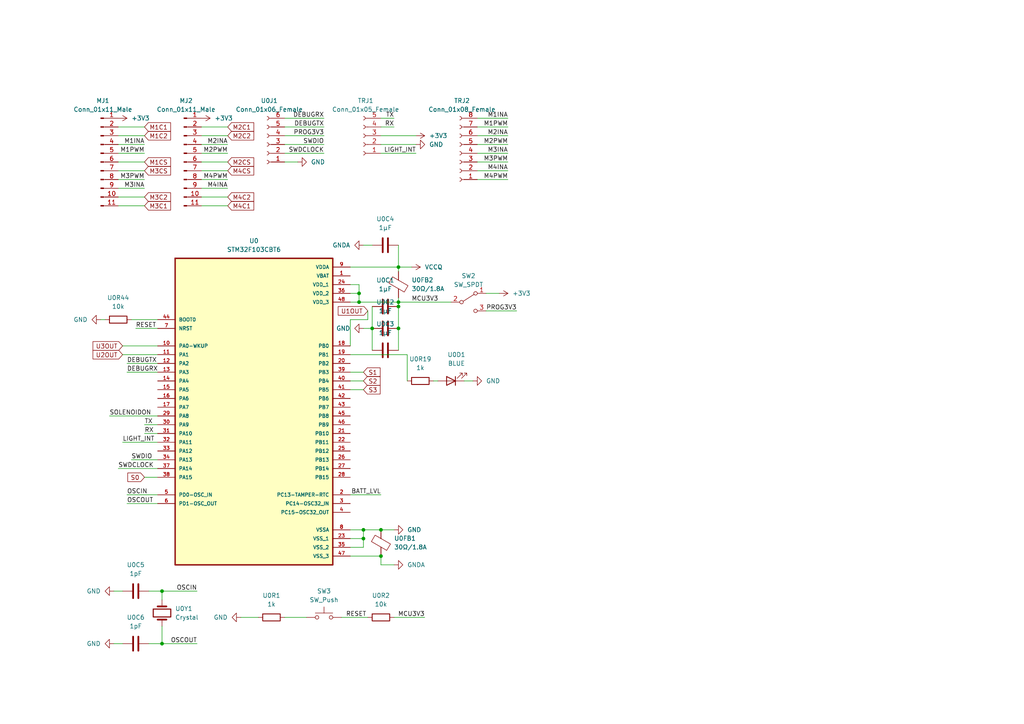
<source format=kicad_sch>
(kicad_sch (version 20211123) (generator eeschema)
  (paper "A4")
  (title_block (title "Layer 1 — µController") (date "2022-02-01") (rev "0.1"))
  (lib_symbols
    (symbol "Connector:Conn_01x05_Female" (pin_names (offset 1.016) hide)
      (property "Reference" "J" (at 0 7.62 0))
      (property "Value" "Conn_01x05_Female" (at 0 -7.62 0))
      (symbol "Conn_01x05_Female_1_1"
        (arc (start 0 -4.572) (mid -0.508 -5.08) (end 0 -5.588) (stroke (width 0.1524)))
        (arc (start 0 -2.032) (mid -0.508 -2.54) (end 0 -3.048) (stroke (width 0.1524)))
        (polyline (pts (xy -1.27 -5.08) (xy -0.508 -5.08)) (stroke (width 0.1524)))
        (polyline (pts (xy -1.27 -2.54) (xy -0.508 -2.54)) (stroke (width 0.1524)))
        (polyline (pts (xy -1.27 0) (xy -0.508 0)) (stroke (width 0.1524)))
        (polyline (pts (xy -1.27 2.54) (xy -0.508 2.54)) (stroke (width 0.1524)))
        (polyline (pts (xy -1.27 5.08) (xy -0.508 5.08)) (stroke (width 0.1524)))
        (arc (start 0 0.508) (mid -0.508 0) (end 0 -0.508) (stroke (width 0.1524)))
        (arc (start 0 3.048) (mid -0.508 2.54) (end 0 2.032) (stroke (width 0.1524)))
        (arc (start 0 5.588) (mid -0.508 5.08) (end 0 4.572) (stroke (width 0.1524)))
        (pin passive line (at -5.08 5.08 0) (length 3.81) (name "Pin_1") (number "1"))
        (pin passive line (at -5.08 2.54 0) (length 3.81) (name "Pin_2") (number "2"))
        (pin passive line (at -5.08 0 0) (length 3.81) (name "Pin_3") (number "3"))
        (pin passive line (at -5.08 -2.54 0) (length 3.81) (name "Pin_4") (number "4"))
        (pin passive line (at -5.08 -5.08 0) (length 3.81) (name "Pin_5") (number "5"))
      )
    )
    (symbol "Connector:Conn_01x06_Female" (pin_names (offset 1.016) hide)
      (property "Reference" "J" (at 0 7.62 0))
      (property "Value" "Conn_01x06_Female" (at 0 -10.16 0))
      (symbol "Conn_01x06_Female_1_1"
        (arc (start 0 -7.112) (mid -0.508 -7.62) (end 0 -8.128) (stroke (width 0.1524)))
        (arc (start 0 -4.572) (mid -0.508 -5.08) (end 0 -5.588) (stroke (width 0.1524)))
        (arc (start 0 -2.032) (mid -0.508 -2.54) (end 0 -3.048) (stroke (width 0.1524)))
        (polyline (pts (xy -1.27 -7.62) (xy -0.508 -7.62)) (stroke (width 0.1524)))
        (polyline (pts (xy -1.27 -5.08) (xy -0.508 -5.08)) (stroke (width 0.1524)))
        (polyline (pts (xy -1.27 -2.54) (xy -0.508 -2.54)) (stroke (width 0.1524)))
        (polyline (pts (xy -1.27 0) (xy -0.508 0)) (stroke (width 0.1524)))
        (polyline (pts (xy -1.27 2.54) (xy -0.508 2.54)) (stroke (width 0.1524)))
        (polyline (pts (xy -1.27 5.08) (xy -0.508 5.08)) (stroke (width 0.1524)))
        (arc (start 0 0.508) (mid -0.508 0) (end 0 -0.508) (stroke (width 0.1524)))
        (arc (start 0 3.048) (mid -0.508 2.54) (end 0 2.032) (stroke (width 0.1524)))
        (arc (start 0 5.588) (mid -0.508 5.08) (end 0 4.572) (stroke (width 0.1524)))
        (pin passive line (at -5.08 5.08 0) (length 3.81) (name "Pin_1") (number "1"))
        (pin passive line (at -5.08 2.54 0) (length 3.81) (name "Pin_2") (number "2"))
        (pin passive line (at -5.08 0 0) (length 3.81) (name "Pin_3") (number "3"))
        (pin passive line (at -5.08 -2.54 0) (length 3.81) (name "Pin_4") (number "4"))
        (pin passive line (at -5.08 -5.08 0) (length 3.81) (name "Pin_5") (number "5"))
        (pin passive line (at -5.08 -7.62 0) (length 3.81) (name "Pin_6") (number "6"))
      )
    )
    (symbol "Connector:Conn_01x08_Female" (pin_names (offset 1.016) hide)
      (property "Reference" "J" (at 0 10.16 0))
      (property "Value" "Conn_01x08_Female" (at 0 -12.7 0))
      (symbol "Conn_01x08_Female_1_1"
        (arc (start 0 -9.652) (mid -0.508 -10.16) (end 0 -10.668) (stroke (width 0.1524)))
        (arc (start 0 -7.112) (mid -0.508 -7.62) (end 0 -8.128) (stroke (width 0.1524)))
        (arc (start 0 -4.572) (mid -0.508 -5.08) (end 0 -5.588) (stroke (width 0.1524)))
        (arc (start 0 -2.032) (mid -0.508 -2.54) (end 0 -3.048) (stroke (width 0.1524)))
        (polyline (pts (xy -1.27 -10.16) (xy -0.508 -10.16)) (stroke (width 0.1524)))
        (polyline (pts (xy -1.27 -7.62) (xy -0.508 -7.62)) (stroke (width 0.1524)))
        (polyline (pts (xy -1.27 -5.08) (xy -0.508 -5.08)) (stroke (width 0.1524)))
        (polyline (pts (xy -1.27 -2.54) (xy -0.508 -2.54)) (stroke (width 0.1524)))
        (polyline (pts (xy -1.27 0) (xy -0.508 0)) (stroke (width 0.1524)))
        (polyline (pts (xy -1.27 2.54) (xy -0.508 2.54)) (stroke (width 0.1524)))
        (polyline (pts (xy -1.27 5.08) (xy -0.508 5.08)) (stroke (width 0.1524)))
        (polyline (pts (xy -1.27 7.62) (xy -0.508 7.62)) (stroke (width 0.1524)))
        (arc (start 0 0.508) (mid -0.508 0) (end 0 -0.508) (stroke (width 0.1524)))
        (arc (start 0 3.048) (mid -0.508 2.54) (end 0 2.032) (stroke (width 0.1524)))
        (arc (start 0 5.588) (mid -0.508 5.08) (end 0 4.572) (stroke (width 0.1524)))
        (arc (start 0 8.128) (mid -0.508 7.62) (end 0 7.112) (stroke (width 0.1524)))
        (pin passive line (at -5.08 7.62 0) (length 3.81) (name "Pin_1") (number "1"))
        (pin passive line (at -5.08 5.08 0) (length 3.81) (name "Pin_2") (number "2"))
        (pin passive line (at -5.08 2.54 0) (length 3.81) (name "Pin_3") (number "3"))
        (pin passive line (at -5.08 0 0) (length 3.81) (name "Pin_4") (number "4"))
        (pin passive line (at -5.08 -2.54 0) (length 3.81) (name "Pin_5") (number "5"))
        (pin passive line (at -5.08 -5.08 0) (length 3.81) (name "Pin_6") (number "6"))
        (pin passive line (at -5.08 -7.62 0) (length 3.81) (name "Pin_7") (number "7"))
        (pin passive line (at -5.08 -10.16 0) (length 3.81) (name "Pin_8") (number "8"))
      )
    )
    (symbol "Connector:Conn_01x11_Male" (pin_names (offset 1.016) hide)
      (property "Reference" "J" (at 0 15.24 0))
      (property "Value" "Conn_01x11_Male" (at 0 -15.24 0))
      (symbol "Conn_01x11_Male_1_1"
        (polyline (pts (xy 1.27 -12.7) (xy 0.8636 -12.7)) (stroke (width 0.1524)))
        (polyline (pts (xy 1.27 -10.16) (xy 0.8636 -10.16)) (stroke (width 0.1524)))
        (polyline (pts (xy 1.27 -7.62) (xy 0.8636 -7.62)) (stroke (width 0.1524)))
        (polyline (pts (xy 1.27 -5.08) (xy 0.8636 -5.08)) (stroke (width 0.1524)))
        (polyline (pts (xy 1.27 -2.54) (xy 0.8636 -2.54)) (stroke (width 0.1524)))
        (polyline (pts (xy 1.27 0) (xy 0.8636 0)) (stroke (width 0.1524)))
        (polyline (pts (xy 1.27 2.54) (xy 0.8636 2.54)) (stroke (width 0.1524)))
        (polyline (pts (xy 1.27 5.08) (xy 0.8636 5.08)) (stroke (width 0.1524)))
        (polyline (pts (xy 1.27 7.62) (xy 0.8636 7.62)) (stroke (width 0.1524)))
        (polyline (pts (xy 1.27 10.16) (xy 0.8636 10.16)) (stroke (width 0.1524)))
        (polyline (pts (xy 1.27 12.7) (xy 0.8636 12.7)) (stroke (width 0.1524)))
        (rectangle (start 0.8636 -12.573) (end 0 -12.827) (stroke (width 0.1524)) (fill (type outline)))
        (rectangle (start 0.8636 -10.033) (end 0 -10.287) (stroke (width 0.1524)) (fill (type outline)))
        (rectangle (start 0.8636 -7.493) (end 0 -7.747) (stroke (width 0.1524)) (fill (type outline)))
        (rectangle (start 0.8636 -4.953) (end 0 -5.207) (stroke (width 0.1524)) (fill (type outline)))
        (rectangle (start 0.8636 -2.413) (end 0 -2.667) (stroke (width 0.1524)) (fill (type outline)))
        (rectangle (start 0.8636 0.127) (end 0 -0.127) (stroke (width 0.1524)) (fill (type outline)))
        (rectangle (start 0.8636 2.667) (end 0 2.413) (stroke (width 0.1524)) (fill (type outline)))
        (rectangle (start 0.8636 5.207) (end 0 4.953) (stroke (width 0.1524)) (fill (type outline)))
        (rectangle (start 0.8636 7.747) (end 0 7.493) (stroke (width 0.1524)) (fill (type outline)))
        (rectangle (start 0.8636 10.287) (end 0 10.033) (stroke (width 0.1524)) (fill (type outline)))
        (rectangle (start 0.8636 12.827) (end 0 12.573) (stroke (width 0.1524)) (fill (type outline)))
        (pin passive line (at 5.08 12.7 180) (length 3.81) (name "Pin_1") (number "1"))
        (pin passive line (at 5.08 -10.16 180) (length 3.81) (name "Pin_10") (number "10"))
        (pin passive line (at 5.08 -12.7 180) (length 3.81) (name "Pin_11") (number "11"))
        (pin passive line (at 5.08 10.16 180) (length 3.81) (name "Pin_2") (number "2"))
        (pin passive line (at 5.08 7.62 180) (length 3.81) (name "Pin_3") (number "3"))
        (pin passive line (at 5.08 5.08 180) (length 3.81) (name "Pin_4") (number "4"))
        (pin passive line (at 5.08 2.54 180) (length 3.81) (name "Pin_5") (number "5"))
        (pin passive line (at 5.08 0 180) (length 3.81) (name "Pin_6") (number "6"))
        (pin passive line (at 5.08 -2.54 180) (length 3.81) (name "Pin_7") (number "7"))
        (pin passive line (at 5.08 -5.08 180) (length 3.81) (name "Pin_8") (number "8"))
        (pin passive line (at 5.08 -7.62 180) (length 3.81) (name "Pin_9") (number "9"))
      )
    )
    (symbol "Device:C" (pin_numbers hide) (pin_names (offset 0.254))
      (property "Reference" "C" (at 0.635 2.54 0))
      (property "Value" "C" (at 0.635 -2.54 0))
      (symbol "C_0_1"
        (polyline (pts (xy -2.032 -0.762) (xy 2.032 -0.762)) (stroke (width 0.508)))
        (polyline (pts (xy -2.032 0.762) (xy 2.032 0.762)) (stroke (width 0.508)))
      )
      (symbol "C_1_1"
        (pin passive line (at 0 3.81 270) (length 2.794) (name "~") (number "1"))
        (pin passive line (at 0 -3.81 90) (length 2.794) (name "~") (number "2"))
      )
    )
    (symbol "Device:Crystal" (pin_numbers hide) (pin_names (offset 1.016) hide)
      (property "Reference" "Y" (at 0 3.81 0))
      (property "Value" "Crystal" (at 0 -3.81 0))
      (symbol "Crystal_0_1"
        (rectangle (start -1.143 2.54) (end 1.143 -2.54) (stroke (width 0.3048)))
        (polyline (pts (xy -2.54 0) (xy -1.905 0)))
        (polyline (pts (xy -1.905 -1.27) (xy -1.905 1.27)) (stroke (width 0.508)))
        (polyline (pts (xy 1.905 -1.27) (xy 1.905 1.27)) (stroke (width 0.508)))
        (polyline (pts (xy 2.54 0) (xy 1.905 0)))
      )
      (symbol "Crystal_1_1"
        (pin passive line (at -3.81 0 0) (length 1.27) (name "1") (number "1"))
        (pin passive line (at 3.81 0 180) (length 1.27) (name "2") (number "2"))
      )
    )
    (symbol "Device:FerriteBead" (pin_numbers hide) (pin_names (offset 0))
      (property "Reference" "FB" (at -3.81 0.635 90))
      (property "Value" "FerriteBead" (at 3.81 0 90))
      (symbol "FerriteBead_0_1"
        (polyline (pts (xy 0 -1.27) (xy 0 -1.2192)))
        (polyline (pts (xy 0 1.27) (xy 0 1.2954)))
        (polyline (pts (xy -2.7686 0.4064) (xy -1.7018 2.2606) (xy 2.7686 -0.3048) (xy 1.6764 -2.159) (xy -2.7686 0.4064)))
      )
      (symbol "FerriteBead_1_1"
        (pin passive line (at 0 3.81 270) (length 2.54) (name "~") (number "1"))
        (pin passive line (at 0 -3.81 90) (length 2.54) (name "~") (number "2"))
      )
    )
    (symbol "Device:LED" (pin_numbers hide) (pin_names (offset 1.016) hide)
      (property "Reference" "D" (at 0 2.54 0))
      (property "Value" "LED" (at 0 -2.54 0))
      (symbol "LED_0_1"
        (polyline (pts (xy -1.27 -1.27) (xy -1.27 1.27)) (stroke (width 0.254)))
        (polyline (pts (xy -1.27 0) (xy 1.27 0)))
        (polyline (pts (xy 1.27 -1.27) (xy 1.27 1.27) (xy -1.27 0) (xy 1.27 -1.27)) (stroke (width 0.254)))
        (polyline (pts (xy -3.048 -0.762) (xy -4.572 -2.286) (xy -3.81 -2.286) (xy -4.572 -2.286) (xy -4.572 -1.524)))
        (polyline (pts (xy -1.778 -0.762) (xy -3.302 -2.286) (xy -2.54 -2.286) (xy -3.302 -2.286) (xy -3.302 -1.524)))
      )
      (symbol "LED_1_1"
        (pin passive line (at -3.81 0 0) (length 2.54) (name "K") (number "1"))
        (pin passive line (at 3.81 0 180) (length 2.54) (name "A") (number "2"))
      )
    )
    (symbol "Device:R" (pin_numbers hide) (pin_names (offset 0))
      (property "Reference" "R" (at 2.032 0 90))
      (property "Value" "R" (at 0 0 90))
      (symbol "R_0_1"
        (rectangle (start -1.016 -2.54) (end 1.016 2.54) (stroke (width 0.254)))
      )
      (symbol "R_1_1"
        (pin passive line (at 0 3.81 270) (length 1.27) (name "~") (number "1"))
        (pin passive line (at 0 -3.81 90) (length 1.27) (name "~") (number "2"))
      )
    )
    (symbol "STM32F103CBT6:STM32F103CBT6" (pin_names (offset 1.016))
      (property "Reference" "U" (at -22.86 43.942 0))
      (property "Value" "STM32F103CBT6" (at -22.86 -48.3108 0))
      (symbol "STM32F103CBT6_0_0"
        (rectangle (start -22.86 -45.72) (end 22.86 43.18) (stroke (width 0.4064)) (fill (type background)))
        (pin power_in line (at 27.94 38.1 180) (length 5.08) (name "VBAT") (number "1"))
        (pin bidirectional line (at -27.94 17.78 0) (length 5.08) (name "PA0-WKUP") (number "10"))
        (pin bidirectional line (at -27.94 15.24 0) (length 5.08) (name "PA1") (number "11"))
        (pin bidirectional line (at -27.94 12.7 0) (length 5.08) (name "PA2") (number "12"))
        (pin bidirectional line (at -27.94 10.16 0) (length 5.08) (name "PA3") (number "13"))
        (pin bidirectional line (at -27.94 7.62 0) (length 5.08) (name "PA4") (number "14"))
        (pin bidirectional line (at -27.94 5.08 0) (length 5.08) (name "PA5") (number "15"))
        (pin bidirectional line (at -27.94 2.54 0) (length 5.08) (name "PA6") (number "16"))
        (pin bidirectional line (at -27.94 0 0) (length 5.08) (name "PA7") (number "17"))
        (pin bidirectional line (at 27.94 17.78 180) (length 5.08) (name "PB0") (number "18"))
        (pin bidirectional line (at 27.94 15.24 180) (length 5.08) (name "PB1") (number "19"))
        (pin bidirectional line (at 27.94 -25.4 180) (length 5.08) (name "PC13-TAMPER-RTC") (number "2"))
        (pin bidirectional line (at 27.94 12.7 180) (length 5.08) (name "PB2") (number "20"))
        (pin bidirectional line (at 27.94 -7.62 180) (length 5.08) (name "PB10") (number "21"))
        (pin bidirectional line (at 27.94 -10.16 180) (length 5.08) (name "PB11") (number "22"))
        (pin power_in line (at 27.94 -38.1 180) (length 5.08) (name "VSS_1") (number "23"))
        (pin power_in line (at 27.94 35.56 180) (length 5.08) (name "VDD_1") (number "24"))
        (pin bidirectional line (at 27.94 -12.7 180) (length 5.08) (name "PB12") (number "25"))
        (pin bidirectional line (at 27.94 -15.24 180) (length 5.08) (name "PB13") (number "26"))
        (pin bidirectional line (at 27.94 -17.78 180) (length 5.08) (name "PB14") (number "27"))
        (pin bidirectional line (at 27.94 -20.32 180) (length 5.08) (name "PB15") (number "28"))
        (pin bidirectional line (at -27.94 -2.54 0) (length 5.08) (name "PA8") (number "29"))
        (pin bidirectional line (at 27.94 -27.94 180) (length 5.08) (name "PC14-OSC32_IN") (number "3"))
        (pin bidirectional line (at -27.94 -5.08 0) (length 5.08) (name "PA9") (number "30"))
        (pin bidirectional line (at -27.94 -7.62 0) (length 5.08) (name "PA10") (number "31"))
        (pin bidirectional line (at -27.94 -10.16 0) (length 5.08) (name "PA11") (number "32"))
        (pin bidirectional line (at -27.94 -12.7 0) (length 5.08) (name "PA12") (number "33"))
        (pin bidirectional line (at -27.94 -15.24 0) (length 5.08) (name "PA13") (number "34"))
        (pin power_in line (at 27.94 -40.64 180) (length 5.08) (name "VSS_2") (number "35"))
        (pin power_in line (at 27.94 33.02 180) (length 5.08) (name "VDD_2") (number "36"))
        (pin bidirectional line (at -27.94 -17.78 0) (length 5.08) (name "PA14") (number "37"))
        (pin bidirectional line (at -27.94 -20.32 0) (length 5.08) (name "PA15") (number "38"))
        (pin bidirectional line (at 27.94 10.16 180) (length 5.08) (name "PB3") (number "39"))
        (pin bidirectional line (at 27.94 -30.48 180) (length 5.08) (name "PC15-OSC32_OUT") (number "4"))
        (pin bidirectional line (at 27.94 7.62 180) (length 5.08) (name "PB4") (number "40"))
        (pin bidirectional line (at 27.94 5.08 180) (length 5.08) (name "PB5") (number "41"))
        (pin bidirectional line (at 27.94 2.54 180) (length 5.08) (name "PB6") (number "42"))
        (pin bidirectional line (at 27.94 0 180) (length 5.08) (name "PB7") (number "43"))
        (pin input line (at -27.94 25.4 0) (length 5.08) (name "BOOT0") (number "44"))
        (pin bidirectional line (at 27.94 -2.54 180) (length 5.08) (name "PB8") (number "45"))
        (pin bidirectional line (at 27.94 -5.08 180) (length 5.08) (name "PB9") (number "46"))
        (pin power_in line (at 27.94 -43.18 180) (length 5.08) (name "VSS_3") (number "47"))
        (pin power_in line (at 27.94 30.48 180) (length 5.08) (name "VDD_3") (number "48"))
        (pin bidirectional line (at -27.94 -25.4 0) (length 5.08) (name "PD0-OSC_IN") (number "5"))
        (pin bidirectional line (at -27.94 -27.94 0) (length 5.08) (name "PD1-OSC_OUT") (number "6"))
        (pin bidirectional line (at -27.94 22.86 0) (length 5.08) (name "NRST") (number "7"))
        (pin power_in line (at 27.94 -35.56 180) (length 5.08) (name "VSSA") (number "8"))
        (pin power_in line (at 27.94 40.64 180) (length 5.08) (name "VDDA") (number "9"))
      )
    )
    (symbol "Switch:SW_Push" (pin_numbers hide) (pin_names (offset 1.016) hide)
      (property "Reference" "SW" (at 1.27 2.54 0))
      (property "Value" "SW_Push" (at 0 -1.524 0))
      (symbol "SW_Push_0_1"
        (circle (center -2.032 0) (radius 0.508))
        (polyline (pts (xy 0 1.27) (xy 0 3.048)))
        (polyline (pts (xy 2.54 1.27) (xy -2.54 1.27)))
        (circle (center 2.032 0) (radius 0.508))
        (pin passive line (at -5.08 0 0) (length 2.54) (name "1") (number "1"))
        (pin passive line (at 5.08 0 180) (length 2.54) (name "2") (number "2"))
      )
    )
    (symbol "Switch:SW_SPDT" (pin_names (offset 0) hide)
      (property "Reference" "SW" (at 0 4.318 0))
      (property "Value" "SW_SPDT" (at 0 -5.08 0))
      (symbol "SW_SPDT_0_0"
        (circle (center -2.032 0) (radius 0.508))
        (circle (center 2.032 -2.54) (radius 0.508))
      )
      (symbol "SW_SPDT_0_1"
        (polyline (pts (xy -1.524 0.254) (xy 1.651 2.286)))
        (circle (center 2.032 2.54) (radius 0.508))
      )
      (symbol "SW_SPDT_1_1"
        (pin passive line (at 5.08 2.54 180) (length 2.54) (name "A") (number "1"))
        (pin passive line (at -5.08 0 0) (length 2.54) (name "B") (number "2"))
        (pin passive line (at 5.08 -2.54 180) (length 2.54) (name "C") (number "3"))
      )
    )
    (symbol "power:+3V3" (power) (pin_names (offset 0))
      (property "Value" "+3V3" (at 0 3.556 0))
      (symbol "+3V3_0_1"
        (polyline (pts (xy -0.762 1.27) (xy 0 2.54)))
        (polyline (pts (xy 0 0) (xy 0 2.54)))
        (polyline (pts (xy 0 2.54) (xy 0.762 1.27)))
      )
      (symbol "+3V3_1_1"
        (pin power_in line (at 0 0 90) (length 0) hide (name "+3V3") (number "1"))
      )
    )
    (symbol "power:GND" (power) (pin_names (offset 0))
      (property "Value" "GND" (at 0 -3.81 0))
      (symbol "GND_0_1"
        (polyline (pts (xy 0 0) (xy 0 -1.27) (xy 1.27 -1.27) (xy 0 -2.54) (xy -1.27 -1.27) (xy 0 -1.27)))
      )
      (symbol "GND_1_1"
        (pin power_in line (at 0 0 270) (length 0) hide (name "GND") (number "1"))
      )
    )
    (symbol "power:GNDA" (power) (pin_names (offset 0))
      (property "Value" "GNDA" (at 0 -3.81 0))
      (symbol "GNDA_0_1"
        (polyline (pts (xy 0 0) (xy 0 -1.27) (xy 1.27 -1.27) (xy 0 -2.54) (xy -1.27 -1.27) (xy 0 -1.27)))
      )
      (symbol "GNDA_1_1"
        (pin power_in line (at 0 0 270) (length 0) hide (name "GNDA") (number "1"))
      )
    )
    (symbol "power:VCCQ" (power) (pin_names (offset 0))
      (property "Value" "VCCQ" (at 0 3.81 0))
      (symbol "VCCQ_0_1"
        (polyline (pts (xy -0.762 1.27) (xy 0 2.54)))
        (polyline (pts (xy 0 0) (xy 0 2.54)))
        (polyline (pts (xy 0 2.54) (xy 0.762 1.27)))
      )
      (symbol "VCCQ_1_1"
        (pin power_in line (at 0 0 90) (length 0) hide (name "VCCQ") (number "1"))
      )
    )
  )
  (junction (at 110.49 153.67))
  (junction (at 46.99 186.69))
  (junction (at 107.95 95.25))
  (junction (at 110.49 161.29))
  (junction (at 104.14 87.63))
  (junction (at 115.57 77.47))
  (junction (at 105.41 153.67))
  (junction (at 115.57 88.9))
  (junction (at 105.41 156.21))
  (junction (at 115.57 87.63))
  (junction (at 115.57 95.25))
  (junction (at 46.99 171.45))
  (junction (at 104.14 85.09))
  (wire (pts (xy 34.29 135.89) (xy 45.72 135.89)))
  (wire (pts (xy 46.99 186.69) (xy 57.15 186.69)))
  (wire (pts (xy 101.6 92.71) (xy 101.6 100.33)))
  (wire (pts (xy 101.6 158.75) (xy 105.41 158.75)))
  (wire (pts (xy 101.6 82.55) (xy 104.14 82.55)))
  (wire (pts (xy 115.57 88.9) (xy 115.57 95.25)))
  (wire (pts (xy 104.14 87.63) (xy 115.57 87.63)))
  (wire (pts (xy 33.02 186.69) (xy 35.56 186.69)))
  (wire (pts (xy 39.37 95.25) (xy 45.72 95.25)))
  (wire (pts (xy 41.91 49.53) (xy 34.29 49.53)))
  (wire (pts (xy 46.99 171.45) (xy 46.99 173.99)))
  (wire (pts (xy 106.68 90.17) (xy 106.68 92.71)))
  (wire (pts (xy 38.1 133.35) (xy 45.72 133.35)))
  (wire (pts (xy 66.04 41.91) (xy 58.42 41.91)))
  (wire (pts (xy 36.83 105.41) (xy 45.72 105.41)))
  (wire (pts (xy 41.91 54.61) (xy 34.29 54.61)))
  (wire (pts (xy 101.6 113.03) (xy 105.41 113.03)))
  (wire (pts (xy 115.57 95.25) (xy 115.57 101.6)))
  (wire (pts (xy 101.6 161.29) (xy 110.49 161.29)))
  (wire (pts (xy 33.02 171.45) (xy 35.56 171.45)))
  (wire (pts (xy 82.55 34.29) (xy 93.98 34.29)))
  (wire (pts (xy 58.42 36.83) (xy 66.04 36.83)))
  (wire (pts (xy 101.6 156.21) (xy 105.41 156.21)))
  (wire (pts (xy 101.6 102.87) (xy 118.11 102.87)))
  (wire (pts (xy 34.29 39.37) (xy 41.91 39.37)))
  (wire (pts (xy 115.57 77.47) (xy 119.38 77.47)))
  (wire (pts (xy 138.43 44.45) (xy 147.32 44.45)))
  (wire (pts (xy 110.49 161.29) (xy 110.49 163.83)))
  (wire (pts (xy 138.43 34.29) (xy 147.32 34.29)))
  (wire (pts (xy 101.6 143.51) (xy 110.49 143.51)))
  (wire (pts (xy 125.73 110.49) (xy 127 110.49)))
  (wire (pts (xy 66.04 44.45) (xy 58.42 44.45)))
  (wire (pts (xy 66.04 59.69) (xy 58.42 59.69)))
  (wire (pts (xy 105.41 95.25) (xy 107.95 95.25)))
  (wire (pts (xy 41.91 138.43) (xy 45.72 138.43)))
  (wire (pts (xy 82.55 41.91) (xy 93.98 41.91)))
  (wire (pts (xy 115.57 87.63) (xy 130.81 87.63)))
  (wire (pts (xy 82.55 46.99) (xy 86.36 46.99)))
  (wire (pts (xy 106.68 92.71) (xy 101.6 92.71)))
  (wire (pts (xy 35.56 100.33) (xy 45.72 100.33)))
  (wire (pts (xy 138.43 39.37) (xy 147.32 39.37)))
  (wire (pts (xy 138.43 49.53) (xy 147.32 49.53)))
  (wire (pts (xy 105.41 71.12) (xy 107.95 71.12)))
  (wire (pts (xy 101.6 77.47) (xy 115.57 77.47)))
  (wire (pts (xy 58.42 39.37) (xy 66.04 39.37)))
  (wire (pts (xy 105.41 153.67) (xy 110.49 153.67)))
  (wire (pts (xy 35.56 102.87) (xy 45.72 102.87)))
  (wire (pts (xy 31.75 120.65) (xy 45.72 120.65)))
  (wire (pts (xy 101.6 107.95) (xy 105.41 107.95)))
  (wire (pts (xy 138.43 52.07) (xy 147.32 52.07)))
  (wire (pts (xy 107.95 95.25) (xy 107.95 101.6)))
  (wire (pts (xy 115.57 87.63) (xy 115.57 88.9)))
  (wire (pts (xy 66.04 52.07) (xy 58.42 52.07)))
  (wire (pts (xy 41.91 44.45) (xy 34.29 44.45)))
  (wire (pts (xy 66.04 49.53) (xy 58.42 49.53)))
  (wire (pts (xy 110.49 34.29) (xy 114.3 34.29)))
  (wire (pts (xy 82.55 44.45) (xy 93.98 44.45)))
  (wire (pts (xy 41.91 52.07) (xy 34.29 52.07)))
  (wire (pts (xy 46.99 181.61) (xy 46.99 186.69)))
  (wire (pts (xy 110.49 39.37) (xy 120.65 39.37)))
  (wire (pts (xy 41.91 41.91) (xy 34.29 41.91)))
  (wire (pts (xy 138.43 36.83) (xy 147.32 36.83)))
  (wire (pts (xy 66.04 46.99) (xy 58.42 46.99)))
  (wire (pts (xy 36.83 143.51) (xy 45.72 143.51)))
  (wire (pts (xy 105.41 158.75) (xy 105.41 156.21)))
  (wire (pts (xy 104.14 82.55) (xy 104.14 85.09)))
  (wire (pts (xy 82.55 39.37) (xy 93.98 39.37)))
  (wire (pts (xy 134.62 110.49) (xy 137.16 110.49)))
  (wire (pts (xy 105.41 156.21) (xy 105.41 153.67)))
  (wire (pts (xy 138.43 46.99) (xy 147.32 46.99)))
  (wire (pts (xy 69.85 179.07) (xy 74.93 179.07)))
  (wire (pts (xy 115.57 77.47) (xy 115.57 78.74)))
  (wire (pts (xy 41.91 125.73) (xy 45.72 125.73)))
  (wire (pts (xy 101.6 110.49) (xy 105.41 110.49)))
  (wire (pts (xy 110.49 41.91) (xy 120.65 41.91)))
  (wire (pts (xy 43.18 171.45) (xy 46.99 171.45)))
  (wire (pts (xy 118.11 102.87) (xy 118.11 110.49)))
  (wire (pts (xy 46.99 171.45) (xy 57.15 171.45)))
  (wire (pts (xy 101.6 153.67) (xy 105.41 153.67)))
  (wire (pts (xy 140.97 85.09) (xy 144.78 85.09)))
  (wire (pts (xy 110.49 44.45) (xy 120.65 44.45)))
  (wire (pts (xy 110.49 153.67) (xy 114.3 153.67)))
  (wire (pts (xy 43.18 186.69) (xy 46.99 186.69)))
  (wire (pts (xy 41.91 59.69) (xy 34.29 59.69)))
  (wire (pts (xy 114.3 179.07) (xy 123.19 179.07)))
  (wire (pts (xy 29.21 92.71) (xy 30.48 92.71)))
  (wire (pts (xy 38.1 92.71) (xy 45.72 92.71)))
  (wire (pts (xy 138.43 41.91) (xy 147.32 41.91)))
  (wire (pts (xy 34.29 36.83) (xy 41.91 36.83)))
  (wire (pts (xy 104.14 85.09) (xy 104.14 87.63)))
  (wire (pts (xy 66.04 54.61) (xy 58.42 54.61)))
  (wire (pts (xy 140.97 90.17) (xy 149.86 90.17)))
  (wire (pts (xy 82.55 179.07) (xy 88.9 179.07)))
  (wire (pts (xy 115.57 71.12) (xy 115.57 77.47)))
  (wire (pts (xy 41.91 57.15) (xy 34.29 57.15)))
  (wire (pts (xy 36.83 107.95) (xy 45.72 107.95)))
  (wire (pts (xy 82.55 36.83) (xy 93.98 36.83)))
  (wire (pts (xy 110.49 36.83) (xy 114.3 36.83)))
  (wire (pts (xy 66.04 57.15) (xy 58.42 57.15)))
  (wire (pts (xy 115.57 87.63) (xy 115.57 86.36)))
  (wire (pts (xy 110.49 163.83) (xy 114.3 163.83)))
  (wire (pts (xy 41.91 123.19) (xy 45.72 123.19)))
  (wire (pts (xy 35.56 128.27) (xy 45.72 128.27)))
  (wire (pts (xy 36.83 146.05) (xy 45.72 146.05)))
  (wire (pts (xy 101.6 87.63) (xy 104.14 87.63)))
  (wire (pts (xy 107.95 88.9) (xy 107.95 95.25)))
  (wire (pts (xy 101.6 85.09) (xy 104.14 85.09)))
  (wire (pts (xy 41.91 46.99) (xy 34.29 46.99)))
  (wire (pts (xy 99.06 179.07) (xy 106.68 179.07)))
  (label "PROG3V3" (at 149.86 90.17 180))
  (label "M2PWM" (at 147.32 41.91 180))
  (label "M4PWM" (at 147.32 52.07 180))
  (label "RESET" (at 100.33 179.07 0))
  (label "M1INA" (at 41.91 41.91 180))
  (label "SWDIO" (at 38.1 133.35 0))
  (label "M3INA" (at 147.32 44.45 180))
  (label "M2PWM" (at 66.04 44.45 180))
  (label "SWDIO" (at 93.98 41.91 180))
  (label "M1PWM" (at 41.91 44.45 180))
  (label "MCU3V3" (at 123.19 179.07 180))
  (label "MCU3V3" (at 119.38 87.63 0))
  (label "SWDCLOCK" (at 93.98 44.45 180))
  (label "M4INA" (at 66.04 54.61 180))
  (label "M2INA" (at 66.04 41.91 180))
  (label "BATT_LVL" (at 110.49 143.51 180))
  (label "TX" (at 41.91 123.19 0))
  (label "DEBUGRX" (at 93.98 34.29 180))
  (label "OSCOUT" (at 57.15 186.69 180))
  (label "M4INA" (at 147.32 49.53 180))
  (label "SOLENOIDON" (at 31.75 120.65 0))
  (label "M2INA" (at 147.32 39.37 180))
  (label "OSCIN" (at 57.15 171.45 180))
  (label "DEBUGTX" (at 93.98 36.83 180))
  (label "PROG3V3" (at 93.98 39.37 180))
  (label "M4PWM" (at 66.04 52.07 180))
  (label "TX" (at 114.3 34.29 180))
  (label "DEBUGTX" (at 36.83 105.41 0))
  (label "M3INA" (at 41.91 54.61 180))
  (label "M1PWM" (at 147.32 36.83 180))
  (label "M3PWM" (at 41.91 52.07 180))
  (label "SWDCLOCK" (at 34.29 135.89 0))
  (label "M1INA" (at 147.32 34.29 180))
  (label "RX" (at 114.3 36.83 180))
  (label "LIGHT_INT" (at 120.65 44.45 180))
  (label "RX" (at 41.91 125.73 0))
  (label "OSCOUT" (at 36.83 146.05 0))
  (label "OSCIN" (at 36.83 143.51 0))
  (label "RESET" (at 39.37 95.25 0))
  (label "M3PWM" (at 147.32 46.99 180))
  (label "LIGHT_INT" (at 35.56 128.27 0))
  (label "DEBUGRX" (at 36.83 107.95 0))
  (global_label "S3" (shape input) (at 105.41 113.03 0) (property "Intersheet References" "${INTERSHEET_REFS}" (effects hide)))
  (global_label "M4C2" (shape input) (at 66.04 57.15 0) (property "Intersheet References" "${INTERSHEET_REFS}" (effects hide)))
  (global_label "M2C2" (shape input) (at 66.04 39.37 0) (property "Intersheet References" "${INTERSHEET_REFS}" (effects hide)))
  (global_label "U1OUT" (shape input) (at 106.68 90.17 180) (property "Intersheet References" "${INTERSHEET_REFS}" (effects hide)))
  (global_label "M1C1" (shape input) (at 41.91 36.83 0) (property "Intersheet References" "${INTERSHEET_REFS}" (effects hide)))
  (global_label "U2OUT" (shape input) (at 35.56 102.87 180) (property "Intersheet References" "${INTERSHEET_REFS}" (effects hide)))
  (global_label "M2C1" (shape input) (at 66.04 36.83 0) (property "Intersheet References" "${INTERSHEET_REFS}" (effects hide)))
  (global_label "M3C1" (shape input) (at 41.91 59.69 0) (property "Intersheet References" "${INTERSHEET_REFS}" (effects hide)))
  (global_label "M3C2" (shape input) (at 41.91 57.15 0) (property "Intersheet References" "${INTERSHEET_REFS}" (effects hide)))
  (global_label "M4C1" (shape input) (at 66.04 59.69 0) (property "Intersheet References" "${INTERSHEET_REFS}" (effects hide)))
  (global_label "S0" (shape input) (at 41.91 138.43 180) (property "Intersheet References" "${INTERSHEET_REFS}" (effects hide)))
  (global_label "U3OUT" (shape input) (at 35.56 100.33 180) (property "Intersheet References" "${INTERSHEET_REFS}" (effects hide)))
  (global_label "M3CS" (shape input) (at 41.91 49.53 0) (property "Intersheet References" "${INTERSHEET_REFS}" (effects hide)))
  (global_label "S2" (shape input) (at 105.41 110.49 0) (property "Intersheet References" "${INTERSHEET_REFS}" (effects hide)))
  (global_label "M2CS" (shape input) (at 66.04 46.99 0) (property "Intersheet References" "${INTERSHEET_REFS}" (effects hide)))
  (global_label "M4CS" (shape input) (at 66.04 49.53 0) (property "Intersheet References" "${INTERSHEET_REFS}" (effects hide)))
  (global_label "M1CS" (shape input) (at 41.91 46.99 0) (property "Intersheet References" "${INTERSHEET_REFS}" (effects hide)))
  (global_label "S1" (shape input) (at 105.41 107.95 0) (property "Intersheet References" "${INTERSHEET_REFS}" (effects hide)))
  (global_label "M1C2" (shape input) (at 41.91 39.37 0) (property "Intersheet References" "${INTERSHEET_REFS}" (effects hide)))
  (symbol (lib_id "Device:FerriteBead") (at 115.57 82.55 0) (unit 1)
    (property "Reference" "U0FB2" (at 119.38 81.2291 0) (effects (justify left)))
    (property "Value" "30Ω/1.8A" (at 119.38 83.7691 0) (effects (justify left)))
    (property "Footprint" "Capacitors:0603" (effects hide))
  )
  (symbol (lib_id "Switch:SW_SPDT") (at 135.89 87.63 0) (unit 1)
    (property "Reference" "SW2" (at 135.89 80.01 0))
    (property "Value" "SW_SPDT" (at 135.89 82.55 0))
    (property "Footprint" "Switches:SWITCH_SPDT_PTH_11.6X4.0MM_LOCK" (effects hide))
  )
  (symbol (lib_id "power:GND") (at 105.41 95.25 270) (unit 1)
    (property "Reference" "#PWR0111" (effects hide))
    (property "Value" "GND" (at 101.6 95.2499 90) (effects (justify right)))
  )
  (symbol (lib_id "power:+3V3") (at 120.65 39.37 270) (unit 1)
    (property "Reference" "#PWR0117" (effects hide))
    (property "Value" "+3V3" (at 124.46 39.3699 90) (effects (justify left)))
  )
  (symbol (lib_id "Device:C") (at 111.76 101.6 90) (unit 1)
    (property "Reference" "U0C3" (at 111.76 93.98 90))
    (property "Value" "1µF" (at 111.76 96.52 90))
    (property "Footprint" "Capacitors:0603" (effects hide))
  )
  (symbol (lib_id "Device:LED") (at 130.81 110.49 180) (unit 1)
    (property "Reference" "U0D1" (at 132.3975 102.87 0))
    (property "Value" "BLUE" (at 132.3975 105.41 0))
    (property "Footprint" "LED:LED-0603" (effects hide))
  )
  (symbol (lib_id "power:+3V3") (at 34.29 34.29 270) (unit 1)
    (property "Reference" "#PWR0109" (effects hide))
    (property "Value" "+3V3" (at 38.1 34.2899 90) (effects (justify left)))
  )
  (symbol (lib_id "power:GND") (at 33.02 186.69 270) (unit 1)
    (property "Reference" "#PWR0112" (effects hide))
    (property "Value" "GND" (at 29.21 186.6899 90) (effects (justify right)))
  )
  (symbol (lib_id "Connector:Conn_01x06_Female") (at 77.47 41.91 180) (unit 1)
    (property "Reference" "U0J1" (at 78.105 29.21 0))
    (property "Value" "Conn_01x06_Female" (at 78.105 31.75 0))
    (property "Footprint" "Connector_JST:JST_SH_BM06B-SRSS-TB_1x06-1MP_P1.00mm_Vertical" (effects hide))
  )
  (symbol (lib_id "power:GND") (at 137.16 110.49 90) (unit 1)
    (property "Reference" "#PWR027" (effects hide))
    (property "Value" "GND" (at 140.97 110.4899 90) (effects (justify right)))
  )
  (symbol (lib_id "STM32F103CBT6:STM32F103CBT6") (at 73.66 118.11 0) (unit 1)
    (property "Reference" "U0" (at 73.66 69.85 0))
    (property "Value" "STM32F103CBT6" (at 73.66 72.39 0))
    (property "Footprint" "STM32F103CBT6:QFP50P900X900X160-48N" (effects hide))
    (property "STANDARD" "IPC-7351B" (effects hide))
    (property "PARTREV" "10" (effects hide))
    (property "MANUFACTURER" "STMicroelectronics" (effects hide))
  )
  (symbol (lib_id "Device:R") (at 110.49 179.07 90) (unit 1)
    (property "Reference" "U0R2" (at 110.49 172.72 90))
    (property "Value" "10k" (at 110.49 175.26 90))
    (property "Footprint" "Resistors:0603" (effects hide))
  )
  (symbol (lib_id "power:GNDA") (at 105.41 71.12 270) (unit 1)
    (property "Reference" "#PWR0107" (effects hide))
    (property "Value" "GNDA" (at 101.6 71.1199 90) (effects (justify right)))
  )
  (symbol (lib_id "Device:C") (at 39.37 171.45 90) (unit 1)
    (property "Reference" "U0C5" (at 39.37 163.83 90))
    (property "Value" "1pF" (at 39.37 166.37 90))
    (property "Footprint" "Capacitors:0603" (effects hide))
  )
  (symbol (lib_id "Device:C") (at 39.37 186.69 90) (unit 1)
    (property "Reference" "U0C6" (at 39.37 179.07 90))
    (property "Value" "1pF" (at 39.37 181.61 90))
    (property "Footprint" "Capacitors:0603" (effects hide))
  )
  (symbol (lib_id "power:VCCQ") (at 119.38 77.47 270) (unit 1)
    (property "Reference" "#PWR0116" (effects hide))
    (property "Value" "VCCQ" (at 123.19 77.4699 90) (effects (justify left)))
  )
  (symbol (lib_id "Device:R") (at 34.29 92.71 90) (unit 1)
    (property "Reference" "U0R44" (at 34.29 86.36 90))
    (property "Value" "10k" (at 34.29 88.9 90))
    (property "Footprint" "Resistors:0603" (effects hide))
  )
  (symbol (lib_id "power:+3V3") (at 144.78 85.09 270) (unit 1)
    (property "Reference" "#PWR0115" (effects hide))
    (property "Value" "+3V3" (at 148.59 85.0899 90) (effects (justify left)))
  )
  (symbol (lib_id "power:GND") (at 29.21 92.71 270) (unit 1)
    (property "Reference" "#PWR024" (effects hide))
    (property "Value" "GND" (at 25.4 92.7099 90) (effects (justify right)))
  )
  (symbol (lib_id "Device:R") (at 78.74 179.07 270) (unit 1)
    (property "Reference" "U0R1" (at 78.74 172.72 90))
    (property "Value" "1k" (at 78.74 175.26 90))
    (property "Footprint" "Resistors:0603" (effects hide))
  )
  (symbol (lib_id "Device:C") (at 111.76 88.9 90) (unit 1)
    (property "Reference" "U0C1" (at 111.76 81.28 90))
    (property "Value" "1µF" (at 111.76 83.82 90))
    (property "Footprint" "Capacitors:0603" (effects hide))
  )
  (symbol (lib_id "Connector:Conn_01x11_Male") (at 53.34 46.99 0) (unit 1)
    (property "Reference" "MJ2" (at 53.975 29.21 0))
    (property "Value" "Conn_01x11_Male" (at 53.975 31.75 0))
    (property "Footprint" "Connectors:1X11_LOCK" (effects hide))
  )
  (symbol (lib_id "Connector:Conn_01x08_Female") (at 133.35 44.45 180) (unit 1)
    (property "Reference" "TRJ2" (at 133.985 29.21 0))
    (property "Value" "Conn_01x08_Female" (at 133.985 31.75 0))
    (property "Footprint" "Connector_JST:JST_SH_BM08B-SRSS-TB_1x08-1MP_P1.00mm_Vertical" (effects hide))
  )
  (symbol (lib_id "Device:FerriteBead") (at 110.49 157.48 0) (unit 1)
    (property "Reference" "U0FB1" (at 114.3 156.1591 0) (effects (justify left)))
    (property "Value" "30Ω/1.8A" (at 114.3 158.6991 0) (effects (justify left)))
    (property "Footprint" "Capacitors:0603" (effects hide))
  )
  (symbol (lib_id "power:GND") (at 120.65 41.91 90) (unit 1)
    (property "Reference" "#PWR0118" (effects hide))
    (property "Value" "GND" (at 124.46 41.9099 90) (effects (justify right)))
  )
  (symbol (lib_id "power:GND") (at 114.3 153.67 90) (unit 1)
    (property "Reference" "#PWR025" (effects hide))
    (property "Value" "GND" (at 118.11 153.6699 90) (effects (justify right)))
  )
  (symbol (lib_id "Connector:Conn_01x05_Female") (at 105.41 39.37 180) (unit 1)
    (property "Reference" "TRJ1" (at 106.045 29.21 0))
    (property "Value" "Conn_01x05_Female" (at 106.045 31.75 0))
    (property "Footprint" "Connector_JST:JST_SH_BM05B-SRSS-TB_1x05-1MP_P1.00mm_Vertical" (effects hide))
  )
  (symbol (lib_id "Device:R") (at 121.92 110.49 90) (unit 1)
    (property "Reference" "U0R19" (at 121.92 104.14 90))
    (property "Value" "1k" (at 121.92 106.68 90))
    (property "Footprint" "Resistors:0603" (effects hide))
  )
  (symbol (lib_id "power:GND") (at 69.85 179.07 270) (unit 1)
    (property "Reference" "#PWR0114" (effects hide))
    (property "Value" "GND" (at 66.04 179.0699 90) (effects (justify right)))
  )
  (symbol (lib_id "power:GNDA") (at 114.3 163.83 90) (unit 1)
    (property "Reference" "#PWR026" (effects hide))
    (property "Value" "GNDA" (at 118.11 163.8299 90) (effects (justify right)))
  )
  (symbol (lib_id "Device:C") (at 111.76 71.12 90) (unit 1)
    (property "Reference" "U0C4" (at 111.76 63.5 90))
    (property "Value" "1µF" (at 111.76 66.04 90))
    (property "Footprint" "Capacitors:0603" (effects hide))
  )
  (symbol (lib_id "Connector:Conn_01x11_Male") (at 29.21 46.99 0) (unit 1)
    (property "Reference" "MJ1" (at 29.845 29.21 0))
    (property "Value" "Conn_01x11_Male" (at 29.845 31.75 0))
    (property "Footprint" "Connectors:1X11_LOCK" (effects hide))
  )
  (symbol (lib_id "Device:Crystal") (at 46.99 177.8 90) (unit 1)
    (property "Reference" "U0Y1" (at 50.8 176.5299 90) (effects (justify right)))
    (property "Value" "Crystal" (at 50.8 179.0699 90) (effects (justify right)))
    (property "Footprint" "Clocks:CRYSTAL-SMD-5X3.2-2PAD" (effects hide))
  )
  (symbol (lib_id "power:GND") (at 33.02 171.45 270) (unit 1)
    (property "Reference" "#PWR0113" (effects hide))
    (property "Value" "GND" (at 29.21 171.4499 90) (effects (justify right)))
  )
  (symbol (lib_id "power:GND") (at 86.36 46.99 90) (unit 1)
    (property "Reference" "#PWR0110" (effects hide))
    (property "Value" "GND" (at 90.17 46.9899 90) (effects (justify right)))
  )
  (symbol (lib_id "Device:C") (at 111.76 95.25 90) (unit 1)
    (property "Reference" "U0C2" (at 111.76 87.63 90))
    (property "Value" "1µF" (at 111.76 90.17 90))
    (property "Footprint" "Capacitors:0603" (effects hide))
  )
  (symbol (lib_id "power:+3V3") (at 58.42 34.29 270) (unit 1)
    (property "Reference" "#PWR0108" (effects hide))
    (property "Value" "+3V3" (at 62.23 34.2899 90) (effects (justify left)))
  )
  (symbol (lib_id "Switch:SW_Push") (at 93.98 179.07 0) (unit 1)
    (property "Reference" "SW3" (at 93.98 171.45 0))
    (property "Value" "SW_Push" (at 93.98 173.99 0))
    (property "Footprint" "Button_Switch_SMD:SW_Push_SPST_NO_Alps_SKRK" (effects hide))
  )
)
</source>
